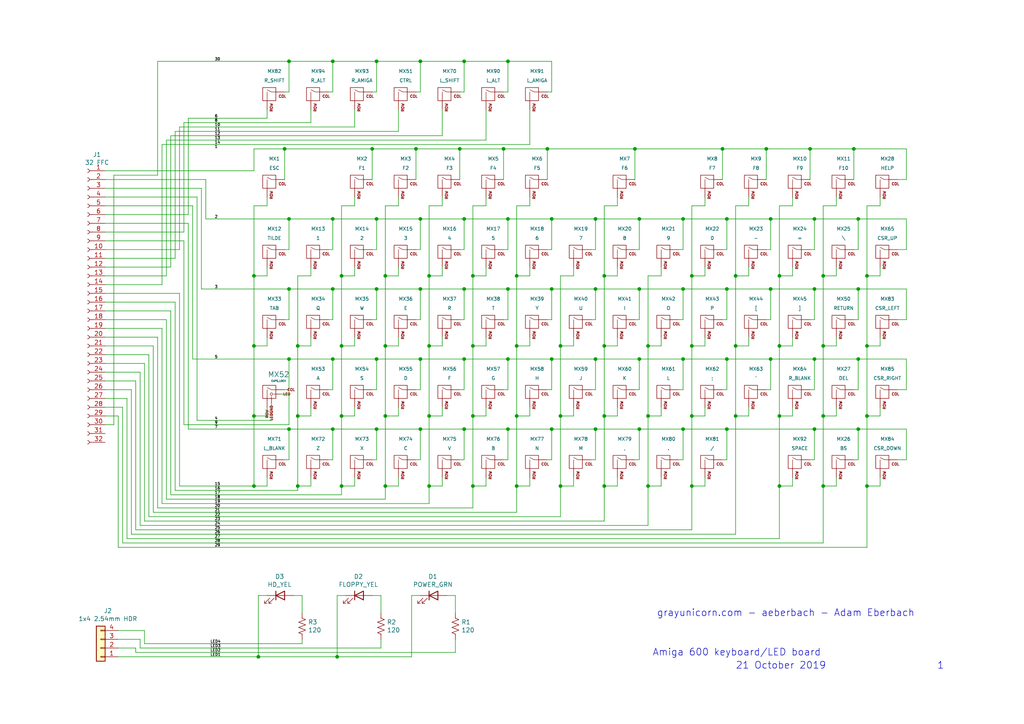
<source format=kicad_sch>
(kicad_sch (version 20211123) (generator eeschema)
  (paper "A4")
  (junction (at 86.36 100.33))
  (junction (at 184.15 43.18))
  (junction (at 73.66 80.01))
  (junction (at 147.32 104.14))
  (junction (at 185.42 124.46))
  (junction (at 198.12 104.14))
  (junction (at 137.16 100.33))
  (junction (at 226.06 80.01))
  (junction (at 210.82 124.46))
  (junction (at 99.06 120.65))
  (junction (at 124.46 80.01))
  (junction (at 111.76 100.33))
  (junction (at 210.82 104.14))
  (junction (at 236.22 124.46))
  (junction (at 223.52 63.5))
  (junction (at 83.82 17.78))
  (junction (at 109.22 83.82))
  (junction (at 251.46 100.33))
  (junction (at 109.22 63.5))
  (junction (at 248.92 104.14))
  (junction (at 147.32 83.82))
  (junction (at 175.26 120.65))
  (junction (at 198.12 83.82))
  (junction (at 109.22 124.46))
  (junction (at 238.76 80.01))
  (junction (at 82.55 43.18))
  (junction (at 236.22 63.5))
  (junction (at 172.72 83.82))
  (junction (at 121.92 63.5))
  (junction (at 187.96 140.97))
  (junction (at 236.22 104.14))
  (junction (at 238.76 100.33))
  (junction (at 134.62 83.82))
  (junction (at 213.36 100.33))
  (junction (at 158.75 43.18))
  (junction (at 96.52 124.46))
  (junction (at 238.76 140.97))
  (junction (at 251.46 80.01))
  (junction (at 124.46 140.97))
  (junction (at 162.56 120.65))
  (junction (at 83.82 104.14))
  (junction (at 187.96 100.33))
  (junction (at 200.66 100.33))
  (junction (at 210.82 83.82))
  (junction (at 238.76 120.65))
  (junction (at 172.72 63.5))
  (junction (at 198.12 124.46))
  (junction (at 73.66 140.97))
  (junction (at 200.66 120.65))
  (junction (at 175.26 140.97))
  (junction (at 160.02 63.5))
  (junction (at 83.82 63.5))
  (junction (at 147.32 63.5))
  (junction (at 137.16 120.65))
  (junction (at 73.66 100.33))
  (junction (at 160.02 104.14))
  (junction (at 185.42 104.14))
  (junction (at 109.22 17.78))
  (junction (at 226.06 140.97))
  (junction (at 200.66 80.01))
  (junction (at 96.52 104.14))
  (junction (at 185.42 83.82))
  (junction (at 162.56 100.33))
  (junction (at 99.06 80.01))
  (junction (at 247.65 43.18))
  (junction (at 137.16 140.97))
  (junction (at 86.36 120.65))
  (junction (at 111.76 120.65))
  (junction (at 147.32 124.46))
  (junction (at 175.26 100.33))
  (junction (at 147.32 17.78))
  (junction (at 121.92 124.46))
  (junction (at 120.65 43.18))
  (junction (at 248.92 83.82))
  (junction (at 121.92 104.14))
  (junction (at 149.86 80.01))
  (junction (at 133.35 43.18))
  (junction (at 210.82 63.5))
  (junction (at 160.02 83.82))
  (junction (at 107.95 43.18))
  (junction (at 86.36 140.97))
  (junction (at 134.62 63.5))
  (junction (at 149.86 120.65))
  (junction (at 124.46 120.65))
  (junction (at 198.12 63.5))
  (junction (at 99.06 100.33))
  (junction (at 111.76 80.01))
  (junction (at 149.86 100.33))
  (junction (at 248.92 124.46))
  (junction (at 187.96 120.65))
  (junction (at 121.92 83.82))
  (junction (at 96.52 63.5))
  (junction (at 83.82 124.46))
  (junction (at 74.93 190.5))
  (junction (at 222.25 43.18))
  (junction (at 223.52 104.14))
  (junction (at 137.16 80.01))
  (junction (at 99.06 140.97))
  (junction (at 248.92 63.5))
  (junction (at 213.36 120.65))
  (junction (at 226.06 100.33))
  (junction (at 236.22 83.82))
  (junction (at 124.46 100.33))
  (junction (at 234.95 43.18))
  (junction (at 97.79 190.5))
  (junction (at 149.86 140.97))
  (junction (at 251.46 140.97))
  (junction (at 160.02 124.46))
  (junction (at 146.05 43.18))
  (junction (at 111.76 140.97))
  (junction (at 134.62 17.78))
  (junction (at 223.52 83.82))
  (junction (at 109.22 104.14))
  (junction (at 172.72 124.46))
  (junction (at 226.06 120.65))
  (junction (at 134.62 124.46))
  (junction (at 172.72 104.14))
  (junction (at 209.55 43.18))
  (junction (at 251.46 120.65))
  (junction (at 121.92 17.78))
  (junction (at 134.62 104.14))
  (junction (at 200.66 140.97))
  (junction (at 162.56 140.97))
  (junction (at 175.26 80.01))
  (junction (at 96.52 17.78))
  (junction (at 213.36 80.01))
  (junction (at 83.82 83.82))
  (junction (at 96.52 83.82))
  (junction (at 185.42 63.5))
  (junction (at 73.66 120.65))
  (wire (pts (xy 35.56 118.11) (xy 30.48 118.11)))
  (wire (pts (xy 204.47 57.15) (xy 204.47 59.69)))
  (wire (pts (xy 124.46 120.65) (xy 124.46 100.33)))
  (wire (pts (xy 90.17 100.33) (xy 86.36 100.33)))
  (wire (pts (xy 175.26 140.97) (xy 175.26 120.65)))
  (wire (pts (xy 121.92 104.14) (xy 134.62 104.14)))
  (wire (pts (xy 78.74 116.84) (xy 78.74 121.92)))
  (wire (pts (xy 179.07 138.43) (xy 179.07 140.97)))
  (wire (pts (xy 198.12 113.03) (xy 198.12 104.14)))
  (wire (pts (xy 160.02 17.78) (xy 160.02 26.67)))
  (wire (pts (xy 229.87 97.79) (xy 229.87 100.33)))
  (wire (pts (xy 111.76 120.65) (xy 111.76 100.33)))
  (wire (pts (xy 121.92 72.39) (xy 121.92 63.5)))
  (wire (pts (xy 96.52 17.78) (xy 109.22 17.78)))
  (wire (pts (xy 82.55 43.18) (xy 107.95 43.18)))
  (wire (pts (xy 251.46 59.69) (xy 251.46 80.01)))
  (wire (pts (xy 133.35 52.07) (xy 133.35 43.18)))
  (wire (pts (xy 160.02 63.5) (xy 172.72 63.5)))
  (wire (pts (xy 204.47 77.47) (xy 204.47 80.01)))
  (wire (pts (xy 53.34 123.19) (xy 83.82 123.19)))
  (wire (pts (xy 187.96 140.97) (xy 187.96 120.65)))
  (wire (pts (xy 115.57 77.47) (xy 115.57 80.01)))
  (wire (pts (xy 109.22 17.78) (xy 121.92 17.78)))
  (wire (pts (xy 210.82 63.5) (xy 223.52 63.5)))
  (wire (pts (xy 87.63 185.42) (xy 87.63 186.69)))
  (wire (pts (xy 166.37 138.43) (xy 166.37 140.97)))
  (wire (pts (xy 46.99 95.25) (xy 30.48 95.25)))
  (wire (pts (xy 198.12 92.71) (xy 198.12 83.82)))
  (wire (pts (xy 46.99 146.05) (xy 46.99 95.25)))
  (wire (pts (xy 128.27 80.01) (xy 124.46 80.01)))
  (wire (pts (xy 95.25 72.39) (xy 96.52 72.39)))
  (wire (pts (xy 115.57 31.75) (xy 115.57 38.1)))
  (wire (pts (xy 140.97 57.15) (xy 140.97 59.69)))
  (wire (pts (xy 146.05 26.67) (xy 147.32 26.67)))
  (wire (pts (xy 247.65 133.35) (xy 248.92 133.35)))
  (wire (pts (xy 185.42 63.5) (xy 198.12 63.5)))
  (wire (pts (xy 34.29 158.75) (xy 34.29 120.65)))
  (wire (pts (xy 255.27 140.97) (xy 251.46 140.97)))
  (wire (pts (xy 158.75 72.39) (xy 160.02 72.39)))
  (wire (pts (xy 120.65 26.67) (xy 121.92 26.67)))
  (wire (pts (xy 121.92 26.67) (xy 121.92 17.78)))
  (wire (pts (xy 41.91 182.88) (xy 34.29 182.88)))
  (wire (pts (xy 242.57 138.43) (xy 242.57 140.97)))
  (wire (pts (xy 82.55 92.71) (xy 83.82 92.71)))
  (wire (pts (xy 83.82 113.03) (xy 83.82 104.14)))
  (wire (pts (xy 77.47 100.33) (xy 73.66 100.33)))
  (wire (pts (xy 115.57 138.43) (xy 115.57 140.97)))
  (wire (pts (xy 49.53 39.37) (xy 49.53 77.47)))
  (wire (pts (xy 236.22 124.46) (xy 210.82 124.46)))
  (wire (pts (xy 175.26 151.13) (xy 175.26 140.97)))
  (wire (pts (xy 160.02 26.67) (xy 158.75 26.67)))
  (wire (pts (xy 251.46 80.01) (xy 251.46 100.33)))
  (wire (pts (xy 128.27 31.75) (xy 128.27 39.37)))
  (wire (pts (xy 45.72 147.32) (xy 137.16 147.32)))
  (wire (pts (xy 53.34 69.85) (xy 30.48 69.85)))
  (wire (pts (xy 153.67 80.01) (xy 149.86 80.01)))
  (wire (pts (xy 209.55 43.18) (xy 222.25 43.18)))
  (wire (pts (xy 90.17 140.97) (xy 86.36 140.97)))
  (wire (pts (xy 238.76 59.69) (xy 242.57 59.69)))
  (wire (pts (xy 52.07 72.39) (xy 30.48 72.39)))
  (wire (pts (xy 223.52 104.14) (xy 236.22 104.14)))
  (wire (pts (xy 50.8 74.93) (xy 30.48 74.93)))
  (wire (pts (xy 128.27 120.65) (xy 124.46 120.65)))
  (wire (pts (xy 43.18 149.86) (xy 162.56 149.86)))
  (wire (pts (xy 128.27 77.47) (xy 128.27 80.01)))
  (wire (pts (xy 82.55 72.39) (xy 83.82 72.39)))
  (wire (pts (xy 38.1 154.94) (xy 38.1 113.03)))
  (wire (pts (xy 36.83 156.21) (xy 36.83 115.57)))
  (wire (pts (xy 134.62 133.35) (xy 134.62 124.46)))
  (wire (pts (xy 146.05 43.18) (xy 158.75 43.18)))
  (wire (pts (xy 140.97 118.11) (xy 140.97 120.65)))
  (wire (pts (xy 90.17 77.47) (xy 90.17 80.01)))
  (wire (pts (xy 204.47 100.33) (xy 200.66 100.33)))
  (wire (pts (xy 149.86 100.33) (xy 149.86 80.01)))
  (wire (pts (xy 34.29 158.75) (xy 251.46 158.75)))
  (wire (pts (xy 234.95 92.71) (xy 236.22 92.71)))
  (wire (pts (xy 86.36 100.33) (xy 86.36 80.01)))
  (wire (pts (xy 140.97 77.47) (xy 140.97 80.01)))
  (wire (pts (xy 204.47 97.79) (xy 204.47 100.33)))
  (wire (pts (xy 120.65 92.71) (xy 121.92 92.71)))
  (wire (pts (xy 191.77 97.79) (xy 191.77 100.33)))
  (wire (pts (xy 229.87 59.69) (xy 226.06 59.69)))
  (wire (pts (xy 41.91 151.13) (xy 175.26 151.13)))
  (wire (pts (xy 41.91 186.69) (xy 87.63 186.69)))
  (wire (pts (xy 158.75 43.18) (xy 184.15 43.18)))
  (wire (pts (xy 198.12 124.46) (xy 185.42 124.46)))
  (wire (pts (xy 45.72 147.32) (xy 45.72 97.79)))
  (wire (pts (xy 82.55 133.35) (xy 83.82 133.35)))
  (wire (pts (xy 49.53 39.37) (xy 128.27 39.37)))
  (wire (pts (xy 33.02 123.19) (xy 33.02 50.8)))
  (wire (pts (xy 41.91 186.69) (xy 41.91 182.88)))
  (wire (pts (xy 140.97 100.33) (xy 137.16 100.33)))
  (wire (pts (xy 109.22 26.67) (xy 109.22 17.78)))
  (wire (pts (xy 95.25 133.35) (xy 96.52 133.35)))
  (wire (pts (xy 115.57 120.65) (xy 111.76 120.65)))
  (wire (pts (xy 77.47 120.65) (xy 73.66 120.65)))
  (wire (pts (xy 200.66 140.97) (xy 200.66 153.67)))
  (wire (pts (xy 97.79 190.5) (xy 74.93 190.5)))
  (wire (pts (xy 107.95 43.18) (xy 120.65 43.18)))
  (wire (pts (xy 133.35 26.67) (xy 134.62 26.67)))
  (wire (pts (xy 137.16 80.01) (xy 137.16 59.69)))
  (wire (pts (xy 171.45 72.39) (xy 172.72 72.39)))
  (wire (pts (xy 247.65 43.18) (xy 262.89 43.18)))
  (wire (pts (xy 198.12 72.39) (xy 198.12 63.5)))
  (wire (pts (xy 175.26 100.33) (xy 175.26 80.01)))
  (wire (pts (xy 160.02 92.71) (xy 160.02 83.82)))
  (wire (pts (xy 121.92 124.46) (xy 109.22 124.46)))
  (wire (pts (xy 242.57 97.79) (xy 242.57 100.33)))
  (wire (pts (xy 153.67 100.33) (xy 149.86 100.33)))
  (wire (pts (xy 39.37 189.23) (xy 39.37 187.96)))
  (wire (pts (xy 248.92 104.14) (xy 262.89 104.14)))
  (wire (pts (xy 213.36 100.33) (xy 213.36 80.01)))
  (wire (pts (xy 187.96 100.33) (xy 187.96 80.01)))
  (wire (pts (xy 236.22 104.14) (xy 248.92 104.14)))
  (wire (pts (xy 121.92 92.71) (xy 121.92 83.82)))
  (wire (pts (xy 238.76 140.97) (xy 238.76 120.65)))
  (wire (pts (xy 134.62 124.46) (xy 121.92 124.46)))
  (wire (pts (xy 44.45 148.59) (xy 44.45 100.33)))
  (wire (pts (xy 248.92 63.5) (xy 262.89 63.5)))
  (wire (pts (xy 74.93 172.72) (xy 74.93 190.5)))
  (wire (pts (xy 115.57 80.01) (xy 111.76 80.01)))
  (wire (pts (xy 196.85 92.71) (xy 198.12 92.71)))
  (wire (pts (xy 90.17 118.11) (xy 90.17 120.65)))
  (wire (pts (xy 198.12 83.82) (xy 185.42 83.82)))
  (wire (pts (xy 109.22 133.35) (xy 109.22 124.46)))
  (wire (pts (xy 229.87 77.47) (xy 229.87 80.01)))
  (wire (pts (xy 36.83 115.57) (xy 30.48 115.57)))
  (wire (pts (xy 185.42 133.35) (xy 185.42 124.46)))
  (wire (pts (xy 48.26 40.64) (xy 140.97 40.64)))
  (wire (pts (xy 140.97 140.97) (xy 137.16 140.97)))
  (wire (pts (xy 50.8 142.24) (xy 86.36 142.24)))
  (wire (pts (xy 236.22 133.35) (xy 236.22 124.46)))
  (wire (pts (xy 77.47 57.15) (xy 77.47 59.69)))
  (wire (pts (xy 248.92 133.35) (xy 248.92 124.46)))
  (wire (pts (xy 124.46 100.33) (xy 124.46 80.01)))
  (wire (pts (xy 160.02 72.39) (xy 160.02 63.5)))
  (wire (pts (xy 134.62 83.82) (xy 121.92 83.82)))
  (wire (pts (xy 100.33 172.72) (xy 97.79 172.72)))
  (wire (pts (xy 247.65 72.39) (xy 248.92 72.39)))
  (wire (pts (xy 30.48 123.19) (xy 33.02 123.19)))
  (wire (pts (xy 111.76 59.69) (xy 115.57 59.69)))
  (wire (pts (xy 179.07 100.33) (xy 175.26 100.33)))
  (wire (pts (xy 217.17 118.11) (xy 217.17 120.65)))
  (wire (pts (xy 48.26 80.01) (xy 30.48 80.01)))
  (wire (pts (xy 255.27 118.11) (xy 255.27 120.65)))
  (wire (pts (xy 77.47 80.01) (xy 73.66 80.01)))
  (wire (pts (xy 226.06 100.33) (xy 226.06 120.65)))
  (wire (pts (xy 109.22 72.39) (xy 109.22 63.5)))
  (wire (pts (xy 175.26 80.01) (xy 175.26 59.69)))
  (wire (pts (xy 248.92 83.82) (xy 236.22 83.82)))
  (wire (pts (xy 134.62 17.78) (xy 147.32 17.78)))
  (wire (pts (xy 251.46 140.97) (xy 251.46 158.75)))
  (wire (pts (xy 236.22 92.71) (xy 236.22 83.82)))
  (wire (pts (xy 134.62 104.14) (xy 147.32 104.14)))
  (wire (pts (xy 111.76 140.97) (xy 111.76 120.65)))
  (wire (pts (xy 226.06 59.69) (xy 226.06 80.01)))
  (wire (pts (xy 40.64 187.96) (xy 40.64 185.42)))
  (wire (pts (xy 83.82 114.3) (xy 83.82 123.19)))
  (wire (pts (xy 185.42 72.39) (xy 185.42 63.5)))
  (wire (pts (xy 115.57 118.11) (xy 115.57 120.65)))
  (wire (pts (xy 102.87 100.33) (xy 99.06 100.33)))
  (wire (pts (xy 99.06 100.33) (xy 99.06 80.01)))
  (wire (pts (xy 96.52 133.35) (xy 96.52 124.46)))
  (wire (pts (xy 48.26 92.71) (xy 30.48 92.71)))
  (wire (pts (xy 36.83 156.21) (xy 226.06 156.21)))
  (wire (pts (xy 49.53 143.51) (xy 49.53 90.17)))
  (wire (pts (xy 262.89 133.35) (xy 262.89 124.46)))
  (wire (pts (xy 147.32 63.5) (xy 160.02 63.5)))
  (wire (pts (xy 262.89 124.46) (xy 248.92 124.46)))
  (wire (pts (xy 262.89 72.39) (xy 262.89 63.5)))
  (wire (pts (xy 86.36 120.65) (xy 86.36 100.33)))
  (wire (pts (xy 53.34 35.56) (xy 53.34 67.31)))
  (wire (pts (xy 200.66 120.65) (xy 200.66 140.97)))
  (wire (pts (xy 102.87 57.15) (xy 102.87 59.69)))
  (wire (pts (xy 40.64 185.42) (xy 34.29 185.42)))
  (wire (pts (xy 38.1 113.03) (xy 30.48 113.03)))
  (wire (pts (xy 57.15 121.92) (xy 78.74 121.92)))
  (wire (pts (xy 229.87 140.97) (xy 226.06 140.97)))
  (wire (pts (xy 99.06 80.01) (xy 99.06 59.69)))
  (wire (pts (xy 162.56 149.86) (xy 162.56 140.97)))
  (wire (pts (xy 162.56 100.33) (xy 162.56 80.01)))
  (wire (pts (xy 222.25 52.07) (xy 222.25 43.18)))
  (wire (pts (xy 39.37 110.49) (xy 30.48 110.49)))
  (wire (pts (xy 209.55 52.07) (xy 209.55 43.18)))
  (wire (pts (xy 172.72 113.03) (xy 172.72 104.14)))
  (wire (pts (xy 86.36 120.65) (xy 86.36 140.97)))
  (wire (pts (xy 54.61 62.23) (xy 30.48 62.23)))
  (wire (pts (xy 39.37 153.67) (xy 200.66 153.67)))
  (wire (pts (xy 187.96 120.65) (xy 187.96 100.33)))
  (wire (pts (xy 260.35 92.71) (xy 262.89 92.71)))
  (wire (pts (xy 77.47 118.11) (xy 77.47 120.65)))
  (wire (pts (xy 50.8 38.1) (xy 50.8 74.93)))
  (wire (pts (xy 133.35 133.35) (xy 134.62 133.35)))
  (wire (pts (xy 43.18 149.86) (xy 43.18 102.87)))
  (wire (pts (xy 107.95 133.35) (xy 109.22 133.35)))
  (wire (pts (xy 83.82 104.14) (xy 96.52 104.14)))
  (wire (pts (xy 147.32 124.46) (xy 134.62 124.46)))
  (wire (pts (xy 52.07 85.09) (xy 30.48 85.09)))
  (wire (pts (xy 172.72 133.35) (xy 172.72 124.46)))
  (wire (pts (xy 140.97 120.65) (xy 137.16 120.65)))
  (wire (pts (xy 44.45 148.59) (xy 149.86 148.59)))
  (wire (pts (xy 133.35 92.71) (xy 134.62 92.71)))
  (wire (pts (xy 134.62 92.71) (xy 134.62 83.82)))
  (wire (pts (xy 121.92 17.78) (xy 134.62 17.78)))
  (wire (pts (xy 45.72 97.79) (xy 30.48 97.79)))
  (wire (pts (xy 147.32 26.67) (xy 147.32 17.78)))
  (wire (pts (xy 90.17 97.79) (xy 90.17 100.33)))
  (wire (pts (xy 96.52 92.71) (xy 96.52 83.82)))
  (wire (pts (xy 162.56 120.65) (xy 162.56 100.33)))
  (wire (pts (xy 191.77 138.43) (xy 191.77 140.97)))
  (wire (pts (xy 99.06 143.51) (xy 99.06 140.97)))
  (wire (pts (xy 49.53 90.17) (xy 30.48 90.17)))
  (wire (pts (xy 96.52 83.82) (xy 83.82 83.82)))
  (wire (pts (xy 140.97 80.01) (xy 137.16 80.01)))
  (wire (pts (xy 236.22 113.03) (xy 236.22 104.14)))
  (wire (pts (xy 45.72 17.78) (xy 83.82 17.78)))
  (wire (pts (xy 59.69 52.07) (xy 30.48 52.07)))
  (wire (pts (xy 109.22 113.03) (xy 109.22 104.14)))
  (wire (pts (xy 198.12 104.14) (xy 210.82 104.14)))
  (wire (pts (xy 95.25 92.71) (xy 96.52 92.71)))
  (wire (pts (xy 124.46 140.97) (xy 124.46 120.65)))
  (wire (pts (xy 107.95 172.72) (xy 110.49 172.72)))
  (wire (pts (xy 115.57 100.33) (xy 111.76 100.33)))
  (wire (pts (xy 119.38 190.5) (xy 97.79 190.5)))
  (wire (pts (xy 137.16 100.33) (xy 137.16 80.01)))
  (wire (pts (xy 115.57 57.15) (xy 115.57 59.69)))
  (wire (pts (xy 137.16 140.97) (xy 137.16 120.65)))
  (wire (pts (xy 97.79 172.72) (xy 97.79 190.5)))
  (wire (pts (xy 166.37 97.79) (xy 166.37 100.33)))
  (wire (pts (xy 247.65 92.71) (xy 248.92 92.71)))
  (wire (pts (xy 107.95 52.07) (xy 107.95 43.18)))
  (wire (pts (xy 247.65 52.07) (xy 247.65 43.18)))
  (wire (pts (xy 209.55 133.35) (xy 210.82 133.35)))
  (wire (pts (xy 187.96 152.4) (xy 187.96 140.97)))
  (wire (pts (xy 82.55 26.67) (xy 83.82 26.67)))
  (wire (pts (xy 115.57 97.79) (xy 115.57 100.33)))
  (wire (pts (xy 128.27 138.43) (xy 128.27 140.97)))
  (wire (pts (xy 172.72 83.82) (xy 160.02 83.82)))
  (wire (pts (xy 171.45 92.71) (xy 172.72 92.71)))
  (wire (pts (xy 160.02 104.14) (xy 172.72 104.14)))
  (wire (pts (xy 59.69 63.5) (xy 59.69 52.07)))
  (wire (pts (xy 160.02 124.46) (xy 147.32 124.46)))
  (wire (pts (xy 109.22 83.82) (xy 96.52 83.82)))
  (wire (pts (xy 102.87 31.75) (xy 102.87 36.83)))
  (wire (pts (xy 52.07 140.97) (xy 73.66 140.97)))
  (wire (pts (xy 248.92 72.39) (xy 248.92 63.5)))
  (wire (pts (xy 262.89 113.03) (xy 260.35 113.03)))
  (wire (pts (xy 236.22 63.5) (xy 248.92 63.5)))
  (wire (pts (xy 226.06 120.65) (xy 226.06 140.97)))
  (wire (pts (xy 210.82 104.14) (xy 223.52 104.14)))
  (wire (pts (xy 73.66 120.65) (xy 73.66 140.97)))
  (wire (pts (xy 121.92 172.72) (xy 119.38 172.72)))
  (wire (pts (xy 45.72 50.8) (xy 45.72 17.78)))
  (wire (pts (xy 204.47 140.97) (xy 200.66 140.97)))
  (wire (pts (xy 54.61 34.29) (xy 54.61 62.23)))
  (wire (pts (xy 210.82 124.46) (xy 198.12 124.46)))
  (wire (pts (xy 57.15 57.15) (xy 30.48 57.15)))
  (wire (pts (xy 48.26 144.78) (xy 48.26 92.71)))
  (wire (pts (xy 248.92 113.03) (xy 248.92 104.14)))
  (wire (pts (xy 147.32 92.71) (xy 147.32 83.82)))
  (wire (pts (xy 242.57 57.15) (xy 242.57 59.69)))
  (wire (pts (xy 110.49 185.42) (xy 110.49 187.96)))
  (wire (pts (xy 210.82 72.39) (xy 210.82 63.5)))
  (wire (pts (xy 153.67 138.43) (xy 153.67 140.97)))
  (wire (pts (xy 107.95 113.03) (xy 109.22 113.03)))
  (wire (pts (xy 248.92 92.71) (xy 248.92 83.82)))
  (wire (pts (xy 83.82 133.35) (xy 83.82 124.46)))
  (wire (pts (xy 82.55 113.03) (xy 83.82 113.03)))
  (wire (pts (xy 251.46 120.65) (xy 251.46 140.97)))
  (wire (pts (xy 153.67 120.65) (xy 149.86 120.65)))
  (wire (pts (xy 162.56 140.97) (xy 162.56 120.65)))
  (wire (pts (xy 222.25 43.18) (xy 234.95 43.18)))
  (wire (pts (xy 146.05 72.39) (xy 147.32 72.39)))
  (wire (pts (xy 198.12 63.5) (xy 210.82 63.5)))
  (wire (pts (xy 251.46 100.33) (xy 251.46 120.65)))
  (wire (pts (xy 196.85 113.03) (xy 198.12 113.03)))
  (wire (pts (xy 77.47 97.79) (xy 77.47 100.33)))
  (wire (pts (xy 158.75 113.03) (xy 160.02 113.03)))
  (wire (pts (xy 185.42 92.71) (xy 185.42 83.82)))
  (wire (pts (xy 124.46 80.01) (xy 124.46 59.69)))
  (wire (pts (xy 255.27 57.15) (xy 255.27 59.69)))
  (wire (pts (xy 166.37 140.97) (xy 162.56 140.97)))
  (wire (pts (xy 204.47 118.11) (xy 204.47 120.65)))
  (wire (pts (xy 149.86 80.01) (xy 149.86 59.69)))
  (wire (pts (xy 179.07 57.15) (xy 179.07 59.69)))
  (wire (pts (xy 160.02 83.82) (xy 147.32 83.82)))
  (wire (pts (xy 223.52 92.71) (xy 223.52 83.82)))
  (wire (pts (xy 50.8 38.1) (xy 115.57 38.1)))
  (wire (pts (xy 175.26 120.65) (xy 175.26 100.33)))
  (wire (pts (xy 133.35 113.03) (xy 134.62 113.03)))
  (wire (pts (xy 90.17 31.75) (xy 90.17 35.56)))
  (wire (pts (xy 121.92 113.03) (xy 121.92 104.14)))
  (wire (pts (xy 40.64 107.95) (xy 30.48 107.95)))
  (wire (pts (xy 133.35 43.18) (xy 146.05 43.18)))
  (wire (pts (xy 196.85 72.39) (xy 198.12 72.39)))
  (wire (pts (xy 86.36 140.97) (xy 86.36 142.24)))
  (wire (pts (xy 147.32 83.82) (xy 134.62 83.82)))
  (wire (pts (xy 102.87 138.43) (xy 102.87 140.97)))
  (wire (pts (xy 59.69 63.5) (xy 83.82 63.5)))
  (wire (pts (xy 83.82 72.39) (xy 83.82 63.5)))
  (wire (pts (xy 210.82 92.71) (xy 210.82 83.82)))
  (wire (pts (xy 238.76 80.01) (xy 238.76 59.69)))
  (wire (pts (xy 140.97 97.79) (xy 140.97 100.33)))
  (wire (pts (xy 133.35 72.39) (xy 134.62 72.39)))
  (wire (pts (xy 46.99 82.55) (xy 30.48 82.55)))
  (wire (pts (xy 158.75 133.35) (xy 160.02 133.35)))
  (wire (pts (xy 55.88 104.14) (xy 83.82 104.14)))
  (wire (pts (xy 87.63 172.72) (xy 87.63 177.8)))
  (wire (pts (xy 137.16 120.65) (xy 137.16 100.33)))
  (wire (pts (xy 96.52 104.14) (xy 109.22 104.14)))
  (wire (pts (xy 153.67 97.79) (xy 153.67 100.33)))
  (wire (pts (xy 109.22 92.71) (xy 109.22 83.82)))
  (wire (pts (xy 255.27 138.43) (xy 255.27 140.97)))
  (wire (pts (xy 209.55 92.71) (xy 210.82 92.71)))
  (wire (pts (xy 77.47 138.43) (xy 77.47 140.97)))
  (wire (pts (xy 226.06 140.97) (xy 226.06 156.21)))
  (wire (pts (xy 147.32 72.39) (xy 147.32 63.5)))
  (wire (pts (xy 185.42 104.14) (xy 198.12 104.14)))
  (wire (pts (xy 134.62 26.67) (xy 134.62 17.78)))
  (wire (pts (xy 73.66 100.33) (xy 73.66 120.65)))
  (wire (pts (xy 262.89 52.07) (xy 262.89 43.18)))
  (wire (pts (xy 137.16 59.69) (xy 140.97 59.69)))
  (wire (pts (xy 158.75 52.07) (xy 158.75 43.18)))
  (wire (pts (xy 223.52 72.39) (xy 223.52 63.5)))
  (wire (pts (xy 53.34 123.19) (xy 53.34 69.85)))
  (wire (pts (xy 124.46 146.05) (xy 124.46 140.97)))
  (wire (pts (xy 242.57 140.97) (xy 238.76 140.97)))
  (wire (pts (xy 43.18 102.87) (xy 30.48 102.87)))
  (wire (pts (xy 55.88 59.69) (xy 55.88 104.14)))
  (wire (pts (xy 58.42 83.82) (xy 58.42 54.61)))
  (wire (pts (xy 52.07 140.97) (xy 52.07 85.09)))
  (wire (pts (xy 229.87 120.65) (xy 226.06 120.65)))
  (wire (pts (xy 209.55 72.39) (xy 210.82 72.39)))
  (wire (pts (xy 129.54 172.72) (xy 132.08 172.72)))
  (wire (pts (xy 41.91 105.41) (xy 30.48 105.41)))
  (wire (pts (xy 160.02 133.35) (xy 160.02 124.46)))
  (wire (pts (xy 149.86 120.65) (xy 149.86 100.33)))
  (wire (pts (xy 81.28 114.3) (xy 83.82 114.3)))
  (wire (pts (xy 40.64 152.4) (xy 40.64 107.95)))
  (wire (pts (xy 49.53 77.47) (xy 30.48 77.47)))
  (wire (pts (xy 39.37 153.67) (xy 39.37 110.49)))
  (wire (pts (xy 102.87 97.79) (xy 102.87 100.33)))
  (wire (pts (xy 120.65 72.39) (xy 121.92 72.39)))
  (wire (pts (xy 210.82 113.03) (xy 210.82 104.14)))
  (wire (pts (xy 185.42 83.82) (xy 172.72 83.82)))
  (wire (pts (xy 187.96 80.01) (xy 191.77 80.01)))
  (wire (pts (xy 121.92 83.82) (xy 109.22 83.82)))
  (wire (pts (xy 242.57 100.33) (xy 238.76 100.33)))
  (wire (pts (xy 40.64 187.96) (xy 110.49 187.96)))
  (wire (pts (xy 99.06 140.97) (xy 99.06 120.65)))
  (wire (pts (xy 153.67 118.11) (xy 153.67 120.65)))
  (wire (pts (xy 196.85 133.35) (xy 198.12 133.35)))
  (wire (pts (xy 172.72 72.39) (xy 172.72 63.5)))
  (wire (pts (xy 255.27 100.33) (xy 251.46 100.33)))
  (wire (pts (xy 99.06 120.65) (xy 99.06 100.33)))
  (wire (pts (xy 255.27 80.01) (xy 251.46 80.01)))
  (wire (pts (xy 200.66 100.33) (xy 200.66 120.65)))
  (wire (pts (xy 149.86 59.69) (xy 153.67 59.69)))
  (wire (pts (xy 179.07 118.11) (xy 179.07 120.65)))
  (wire (pts (xy 128.27 140.97) (xy 124.46 140.97)))
  (wire (pts (xy 73.66 59.69) (xy 73.66 80.01)))
  (wire (pts (xy 49.53 143.51) (xy 99.06 143.51)))
  (wire (pts (xy 146.05 113.03) (xy 147.32 113.03)))
  (wire (pts (xy 34.29 190.5) (xy 74.93 190.5)))
  (wire (pts (xy 83.82 17.78) (xy 96.52 17.78)))
  (wire (pts (xy 238.76 100.33) (xy 238.76 80.01)))
  (wire (pts (xy 222.25 72.39) (xy 223.52 72.39)))
  (wire (pts (xy 77.47 140.97) (xy 73.66 140.97)))
  (wire (pts (xy 50.8 87.63) (xy 30.48 87.63)))
  (wire (pts (xy 262.89 83.82) (xy 248.92 83.82)))
  (wire (pts (xy 128.27 118.11) (xy 128.27 120.65)))
  (wire (pts (xy 46.99 41.91) (xy 46.99 82.55)))
  (wire (pts (xy 111.76 144.78) (xy 111.76 140.97)))
  (wire (pts (xy 179.07 97.79) (xy 179.07 100.33)))
  (wire (pts (xy 33.02 50.8) (xy 45.72 50.8)))
  (wire (pts (xy 107.95 92.71) (xy 109.22 92.71)))
  (wire (pts (xy 223.52 113.03) (xy 223.52 104.14)))
  (wire (pts (xy 223.52 63.5) (xy 236.22 63.5)))
  (wire (pts (xy 146.05 52.07) (xy 146.05 43.18)))
  (wire (pts (xy 153.67 77.47) (xy 153.67 80.01)))
  (wire (pts (xy 111.76 80.01) (xy 111.76 59.69)))
  (wire (pts (xy 110.49 172.72) (xy 110.49 177.8)))
  (wire (pts (xy 229.87 80.01) (xy 226.06 80.01)))
  (wire (pts (xy 262.89 104.14) (xy 262.89 113.03)))
  (wire (pts (xy 134.62 72.39) (xy 134.62 63.5)))
  (wire (pts (xy 102.87 80.01) (xy 99.06 80.01)))
  (wire (pts (xy 38.1 154.94) (xy 213.36 154.94)))
  (wire (pts (xy 102.87 118.11) (xy 102.87 120.65)))
  (wire (pts (xy 30.48 59.69) (xy 55.88 59.69)))
  (wire (pts (xy 46.99 41.91) (xy 153.67 41.91)))
  (wire (pts (xy 213.36 59.69) (xy 217.17 59.69)))
  (wire (pts (xy 191.77 77.47) (xy 191.77 80.01)))
  (wire (pts (xy 54.61 124.46) (xy 54.61 64.77)))
  (wire (pts (xy 102.87 140.97) (xy 99.06 140.97)))
  (wire (pts (xy 222.25 92.71) (xy 223.52 92.71)))
  (wire (pts (xy 255.27 59.69) (xy 251.46 59.69)))
  (wire (pts (xy 229.87 118.11) (xy 229.87 120.65)))
  (wire (pts (xy 96.52 72.39) (xy 96.52 63.5)))
  (wire (pts (xy 171.45 133.35) (xy 172.72 133.35)))
  (wire (pts (xy 58.42 83.82) (xy 83.82 83.82)))
  (wire (pts (xy 153.67 140.97) (xy 149.86 140.97)))
  (wire (pts (xy 73.66 49.53) (xy 73.66 43.18)))
  (wire (pts (xy 229.87 100.33) (xy 226.06 100.33)))
  (wire (pts (xy 90.17 120.65) (xy 86.36 120.65)))
  (wire (pts (xy 153.67 57.15) (xy 153.67 59.69)))
  (wire (pts (xy 184.15 43.18) (xy 209.55 43.18)))
  (wire (pts (xy 90.17 138.43) (xy 90.17 140.97)))
  (wire (pts (xy 95.25 113.03) (xy 96.52 113.03)))
  (wire (pts (xy 102.87 77.47) (xy 102.87 80.01)))
  (wire (pts (xy 217.17 57.15) (xy 217.17 59.69)))
  (wire (pts (xy 229.87 138.43) (xy 229.87 140.97)))
  (wire (pts (xy 146.05 92.71) (xy 147.32 92.71)))
  (wire (pts (xy 86.36 80.01) (xy 90.17 80.01)))
  (wire (pts (xy 210.82 133.35) (xy 210.82 124.46)))
  (wire (pts (xy 166.37 100.33) (xy 162.56 100.33)))
  (wire (pts (xy 223.52 83.82) (xy 210.82 83.82)))
  (wire (pts (xy 96.52 124.46) (xy 83.82 124.46)))
  (wire (pts (xy 83.82 26.67) (xy 83.82 17.78)))
  (wire (pts (xy 128.27 57.15) (xy 128.27 59.69)))
  (wire (pts (xy 226.06 80.01) (xy 226.06 100.33)))
  (wire (pts (xy 229.87 57.15) (xy 229.87 59.69)))
  (wire (pts (xy 73.66 43.18) (xy 82.55 43.18)))
  (wire (pts (xy 48.26 40.64) (xy 48.26 80.01)))
  (wire (pts (xy 217.17 97.79) (xy 217.17 100.33)))
  (wire (pts (xy 58.42 54.61) (xy 30.48 54.61)))
  (wire (pts (xy 115.57 140.97) (xy 111.76 140.97)))
  (wire (pts (xy 52.07 36.83) (xy 102.87 36.83)))
  (wire (pts (xy 179.07 80.01) (xy 175.26 80.01)))
  (wire (pts (xy 213.36 154.94) (xy 213.36 120.65)))
  (wire (pts (xy 53.34 35.56) (xy 90.17 35.56)))
  (wire (pts (xy 77.47 172.72) (xy 74.93 172.72)))
  (wire (pts (xy 153.67 31.75) (xy 153.67 41.91)))
  (wire (pts (xy 204.47 120.65) (xy 200.66 120.65)))
  (wire (pts (xy 238.76 157.48) (xy 238.76 140.97)))
  (wire (pts (xy 147.32 17.78) (xy 160.02 17.78)))
  (wire (pts (xy 179.07 77.47) (xy 179.07 80.01)))
  (wire (pts (xy 34.29 120.65) (xy 30.48 120.65)))
  (wire (pts (xy 172.72 124.46) (xy 160.02 124.46)))
  (wire (pts (xy 166.37 118.11) (xy 166.37 120.65)))
  (wire (pts (xy 255.27 97.79) (xy 255.27 100.33)))
  (wire (pts (xy 236.22 83.82) (xy 223.52 83.82)))
  (wire (pts (xy 234.95 43.18) (xy 247.65 43.18)))
  (wire (pts (xy 210.82 83.82) (xy 198.12 83.82)))
  (wire (pts (xy 238.76 120.65) (xy 238.76 100.33)))
  (wire (pts (xy 73.66 80.01) (xy 73.66 100.33)))
  (wire (pts (xy 242.57 118.11) (xy 242.57 120.65)))
  (wire (pts (xy 191.77 120.65) (xy 187.96 120.65)))
  (wire (pts (xy 46.99 146.05) (xy 124.46 146.05)))
  (wire (pts (xy 95.25 26.67) (xy 96.52 26.67)))
  (wire (pts (xy 52.07 36.83) (xy 52.07 72.39)))
  (wire (pts (xy 191.77 140.97) (xy 187.96 140.97)))
  (wire (pts (xy 236.22 72.39) (xy 236.22 63.5)))
  (wire (pts (xy 83.82 92.71) (xy 83.82 83.82)))
  (wire (pts (xy 102.87 120.65) (xy 99.06 120.65)))
  (wire (pts (xy 120.65 113.03) (xy 121.92 113.03)))
  (wire (pts (xy 185.42 113.03) (xy 185.42 104.14)))
  (wire (pts (xy 140.97 138.43) (xy 140.97 140.97)))
  (wire (pts (xy 204.47 59.69) (xy 200.66 59.69)))
  (wire (pts (xy 140.97 31.75) (xy 140.97 40.64)))
  (wire (pts (xy 35.56 157.48) (xy 238.76 157.48)))
  (wire (pts (xy 149.86 140.97) (xy 149.86 120.65)))
  (wire (pts (xy 109.22 63.5) (xy 121.92 63.5)))
  (wire (pts (xy 175.26 59.69) (xy 179.07 59.69)))
  (wire (pts (xy 109.22 104.14) (xy 121.92 104.14)))
  (wire (pts (xy 172.72 104.14) (xy 185.42 104.14)))
  (wire (pts (xy 120.65 43.18) (xy 133.35 43.18)))
  (wire (pts (xy 184.15 133.35) (xy 185.42 133.35)))
  (wire (pts (xy 213.36 80.01) (xy 213.36 59.69)))
  (wire (pts (xy 53.34 67.31) (xy 30.48 67.31)))
  (wire (pts (xy 121.92 133.35) (xy 121.92 124.46)))
  (wire (pts (xy 213.36 120.65) (xy 213.36 100.33)))
  (wire (pts (xy 260.35 72.39) (xy 262.89 72.39)))
  (wire (pts (xy 217.17 77.47) (xy 217.17 80.01)))
  (wire (pts (xy 107.95 26.67) (xy 109.22 26.67)))
  (wire (pts (xy 260.35 52.07) (xy 262.89 52.07)))
  (wire (pts (xy 109.22 124.46) (xy 96.52 124.46)))
  (wire (pts (xy 39.37 189.23) (xy 132.08 189.23)))
  (wire (pts (xy 242.57 120.65) (xy 238.76 120.65)))
  (wire (pts (xy 40.64 152.4) (xy 187.96 152.4)))
  (wire (pts (xy 209.55 113.03) (xy 210.82 113.03)))
  (wire (pts (xy 128.27 100.33) (xy 124.46 100.33)))
  (wire (pts (xy 83.82 63.5) (xy 96.52 63.5)))
  (wire (pts (xy 35.56 157.48) (xy 35.56 118.11)))
  (wire (pts (xy 204.47 138.43) (xy 204.47 140.97)))
  (wire (pts (xy 184.15 72.39) (xy 185.42 72.39)))
  (wire (pts (xy 255.27 77.47) (xy 255.27 80.01)))
  (wire (pts (xy 119.38 172.72) (xy 119.38 190.5)))
  (wire (pts (xy 172.72 92.71) (xy 172.72 83.82)))
  (wire (pts (xy 54.61 64.77) (xy 30.48 64.77)))
  (wire (pts (xy 191.77 118.11) (xy 191.77 120.65)))
  (wire (pts (xy 255.27 120.65) (xy 251.46 120.65)))
  (wire (pts (xy 260.35 133.35) (xy 262.89 133.35)))
  (wire (pts (xy 121.92 63.5) (xy 134.62 63.5)))
  (wire (pts (xy 39.37 187.96) (xy 34.29 187.96)))
  (wire (pts (xy 171.45 113.03) (xy 172.72 113.03)))
  (wire (pts (xy 166.37 77.47) (xy 166.37 80.01)))
  (wire (pts (xy 41.91 151.13) (xy 41.91 105.41)))
  (wire (pts (xy 132.08 185.42) (xy 132.08 189.23)))
  (wire (pts (xy 191.77 100.33) (xy 187.96 100.33)))
  (wire (pts (xy 200.66 80.01) (xy 200.66 100.33)))
  (wire (pts (xy 147.32 113.03) (xy 147.32 104.14)))
  (wire (pts (xy 184.15 113.03) (xy 185.42 113.03)))
  (wire (pts (xy 234.95 133.35) (xy 236.22 133.35)))
  (wire (pts (xy 99.06 59.69) (xy 102.87 59.69)))
  (wire (pts (xy 185.42 124.46) (xy 172.72 124.46)))
  (wire (pts (xy 77.47 59.69) (xy 73.66 59.69)))
  (wire (pts (xy 44.45 100.33) (xy 30.48 100.33)))
  (wire (pts (xy 158.75 92.71) (xy 160.02 92.71)))
  (wire (pts (xy 162.56 80.01) (xy 166.37 80.01)))
  (wire (pts (xy 96.52 26.67) (xy 96.52 17.78)))
  (wire (pts (xy 217.17 80.01) (xy 213.36 80.01)))
  (wire (pts (xy 217.17 100.33) (xy 213.36 100.33)))
  (wire (pts (xy 128.27 97.79) (xy 128.27 100.33)))
  (wire (pts (xy 50.8 142.24) (xy 50.8 87.63)))
  (wire (pts (xy 120.65 52.07) (xy 120.65 43.18)))
  (wire (pts (xy 166.37 120.65) (xy 162.56 120.65)))
  (wire (pts (xy 172.72 63.5) (xy 185.42 63.5)))
  (wire (pts (xy 179.07 140.97) (xy 175.26 140.97)))
  (wire (pts (xy 147.32 133.35) (xy 147.32 124.46)))
  (wire (pts (xy 77.47 77.47) (xy 77.47 80.01)))
  (wire (pts (xy 262.89 92.71) (xy 262.89 83.82)))
  (wire (pts (xy 124.46 59.69) (xy 128.27 59.69)))
  (wire (pts (xy 54.61 124.46) (xy 83.82 124.46)))
  (wire (pts (xy 134.62 113.03) (xy 134.62 104.14)))
  (wire (pts (xy 134.62 63.5) (xy 147.32 63.5)))
  (wire (pts (xy 82.55 52.07) (xy 82.55 43.18)))
  (wire (pts (xy 132.08 172.72) (xy 132.08 177.8)))
  (wire (pts (xy 147.32 104.14) (xy 160.02 104.14)))
  (wire (pts (xy 111.76 100.33) (xy 111.76 80.01)))
  (wire (pts (xy 234.95 113.03) (xy 236.22 113.03)))
  (wire (pts (xy 247.65 113.03) (xy 248.92 113.03)))
  (wire (pts (xy 160.02 113.03) (xy 160.02 104.14)))
  (wire (pts (xy 234.95 72.39) (xy 236.22 72.39)))
  (wire (pts (xy 96.52 63.5) (xy 109.22 63.5)))
  (wire (pts (xy 96.52 113.03) (xy 96.52 104.14)))
  (wire (pts (xy 184.15 92.71) (xy 185.42 92.71)))
  (wire (pts (xy 85.09 172.72) (xy 87.63 172.72)))
  (wire (pts (xy 248.92 124.46) (xy 236.22 124.46)))
  (wire (pts (xy 30.48 49.53) (xy 73.66 49.53)))
  (wire (pts (xy 48.26 144.78) (xy 111.76 144.78)))
  (wire (pts (xy 179.07 120.65) (xy 175.26 120.65)))
  (wire (pts (xy 242.57 80.01) (xy 238.76 80.01)))
  (wire (pts (xy 217.17 120.65) (xy 213.36 120.65)))
  (wire (pts (xy 120.65 133.35) (xy 121.92 133.35)))
  (wire (pts (xy 184.15 52.07) (xy 184.15 43.18)))
  (wire (pts (xy 242.57 77.47) (xy 242.57 80.01)))
  (wire (pts (xy 149.86 148.59) (xy 149.86 140.97)))
  (wire (pts (xy 204.47 80.01) (xy 200.66 80.01)))
  (wire (pts (xy 107.95 72.39) (xy 109.22 72.39)))
  (wire (pts (xy 200.66 59.69) (xy 200.66 80.01)))
  (wire (pts (xy 57.15 121.92) (xy 57.15 57.15)))
  (wire (pts (xy 198.12 133.35) (xy 198.12 124.46)))
  (wire (pts (xy 222.25 113.03) (xy 223.52 113.03)))
  (wire (pts (xy 77.47 31.75) (xy 77.47 34.29)))
  (wire (pts (xy 54.61 34.29) (xy 77.47 34.29)))
  (wire (pts (xy 146.05 133.35) (xy 147.32 133.35)))
  (wire (pts (xy 234.95 52.07) (xy 234.95 43.18)))
  (wire (pts (xy 137.16 147.32) (xy 137.16 140.97)))
  (text "21 October 2019" (at 213.36 194.31 0) (effects (font (size 2.0066 2.0066)) (justify left bottom)))
  (text "grayunicorn.com - aeberbach - Adam Eberbach" (at 190.5 179.07 0) (effects (font (size 2.0066 2.0066)) (justify left bottom)))
  (text "1" (at 271.78 194.31 0) (effects (font (size 2.0066 2.0066)) (justify left bottom)))
  (text "Amiga 600 keyboard/LED board" (at 189.23 190.5 0) (effects (font (size 2.0066 2.0066)) (justify left bottom)))
  (label "19" (at 62.23 146.05 0) (effects (font (size 0.7874 0.7874))))
  (label "23" (at 62.23 151.13 0) (effects (font (size 0.7874 0.7874))))
  (label "5" (at 62.23 104.14 0) (effects (font (size 0.7874 0.7874))))
  (label "27" (at 62.23 156.21 0) (effects (font (size 0.7874 0.7874))))
  (label "LED4" (at 60.96 186.69 0) (effects (font (size 0.7874 0.7874))))
  (label "LED2" (at 60.96 189.23 0) (effects (font (size 0.7874 0.7874))))
  (label "17" (at 62.23 143.51 0) (effects (font (size 0.7874 0.7874))))
  (label "9" (at 62.23 123.19 0) (effects (font (size 0.7874 0.7874))))
  (label "16" (at 62.23 142.24 0) (effects (font (size 0.7874 0.7874))))
  (label "15" (at 62.23 140.97 0) (effects (font (size 0.7874 0.7874))))
  (label "18" (at 62.23 144.78 0) (effects (font (size 0.7874 0.7874))))
  (label "21" (at 62.23 148.59 0) (effects (font (size 0.7874 0.7874))))
  (label "25" (at 62.23 153.67 0) (effects (font (size 0.7874 0.7874))))
  (label "22" (at 62.23 149.86 0) (effects (font (size 0.7874 0.7874))))
  (label "2" (at 62.23 63.5 0) (effects (font (size 0.7874 0.7874))))
  (label "10" (at 62.23 36.83 0) (effects (font (size 0.7874 0.7874))))
  (label "6" (at 62.23 34.29 0) (effects (font (size 0.7874 0.7874))))
  (label "13" (at 62.23 40.64 0) (effects (font (size 0.7874 0.7874))))
  (label "14" (at 62.23 41.91 0) (effects (font (size 0.7874 0.7874))))
  (label "30" (at 62.23 17.78 0) (effects (font (size 0.7874 0.7874))))
  (label "29" (at 62.23 158.75 0) (effects (font (size 0.7874 0.7874))))
  (label "26" (at 62.23 154.94 0) (effects (font (size 0.7874 0.7874))))
  (label "4" (at 62.23 121.92 0) (effects (font (size 0.7874 0.7874))))
  (label "LED3" (at 60.96 187.96 0) (effects (font (size 0.7874 0.7874))))
  (label "LED1" (at 60.96 190.5 0) (effects (font (size 0.7874 0.7874))))
  (label "24" (at 62.23 152.4 0) (effects (font (size 0.7874 0.7874))))
  (label "3" (at 62.23 83.82 0) (effects (font (size 0.7874 0.7874))))
  (label "1" (at 62.23 43.18 0) (effects (font (size 0.7874 0.7874))))
  (label "11" (at 62.23 38.1 0) (effects (font (size 0.7874 0.7874))))
  (label "28" (at 62.23 157.48 0) (effects (font (size 0.7874 0.7874))))
  (label "7" (at 62.23 124.46 0) (effects (font (size 0.7874 0.7874))))
  (label "20" (at 62.23 147.32 0) (effects (font (size 0.7874 0.7874))))
  (label "8" (at 62.23 35.56 0) (effects (font (size 0.7874 0.7874))))
  (label "12" (at 62.23 39.37 0) (effects (font (size 0.7874 0.7874))))
  (symbol (lib_id "A600KB-rescue:MX-NoLED-MX_Alps_Hybrid") (at 78.74 27.94 0) (unit 1)
    (property "Reference" "MX82" (at 79.5782 20.6502 0) (effects (font (size 0.9906 0.9906))))
    (property "Value" "R_SHIFT" (at 79.5782 23.3426 0) (effects (font (size 0.9906 0.9906))))
    (property "Footprint" "MX_Only:MXOnly-1.75U-NoLED" (effects hide))
  )
  (symbol (lib_id "A600KB-rescue:MX-NoLED-MX_Alps_Hybrid") (at 91.44 27.94 0) (unit 1)
    (property "Reference" "MX94" (at 92.2782 20.6502 0) (effects (font (size 0.9906 0.9906))))
    (property "Value" "R_ALT" (at 92.2782 23.3426 0) (effects (font (size 0.9906 0.9906))))
    (property "Footprint" "MX_Only:MXOnly-1U-NoLED" (effects hide))
  )
  (symbol (lib_id "A600KB-rescue:MX-NoLED-MX_Alps_Hybrid") (at 104.14 27.94 0) (unit 1)
    (property "Reference" "MX93" (at 104.9782 20.6502 0) (effects (font (size 0.9906 0.9906))))
    (property "Value" "R_AMIGA" (at 104.9782 23.3426 0) (effects (font (size 0.9906 0.9906))))
    (property "Footprint" "MX_Only:MXOnly-1.25U-NoLED" (effects hide))
  )
  (symbol (lib_id "A600KB-rescue:MX-NoLED-MX_Alps_Hybrid") (at 116.84 27.94 0) (unit 1)
    (property "Reference" "MX51" (at 117.6782 20.6502 0) (effects (font (size 0.9906 0.9906))))
    (property "Value" "CTRL" (at 117.6782 23.3426 0) (effects (font (size 0.9906 0.9906))))
    (property "Footprint" "MX_Only:MXOnly-1.25U-NoLED" (effects hide))
  )
  (symbol (lib_id "A600KB-rescue:MX-NoLED-MX_Alps_Hybrid") (at 129.54 27.94 0) (unit 1)
    (property "Reference" "MX70" (at 130.3782 20.6502 0) (effects (font (size 0.9906 0.9906))))
    (property "Value" "L_SHIFT" (at 130.3782 23.3426 0) (effects (font (size 0.9906 0.9906))))
    (property "Footprint" "MX_Only:MXOnly-1.75U-NoLED" (effects hide))
  )
  (symbol (lib_id "A600KB-rescue:MX-NoLED-MX_Alps_Hybrid") (at 142.24 27.94 0) (unit 1)
    (property "Reference" "MX90" (at 143.0782 20.6502 0) (effects (font (size 0.9906 0.9906))))
    (property "Value" "L_ALT" (at 143.0782 23.3426 0) (effects (font (size 0.9906 0.9906))))
    (property "Footprint" "MX_Only:MXOnly-1.25U-NoLED" (effects hide))
  )
  (symbol (lib_id "A600KB-rescue:MX-NoLED-MX_Alps_Hybrid") (at 154.94 27.94 0) (unit 1)
    (property "Reference" "MX91" (at 155.7782 20.6502 0) (effects (font (size 0.9906 0.9906))))
    (property "Value" "L_AMIGA" (at 155.7782 23.3426 0) (effects (font (size 0.9906 0.9906))))
    (property "Footprint" "MX_Only:MXOnly-1.25U-NoLED" (effects hide))
  )
  (symbol (lib_id "A600KB-rescue:MX-NoLED-MX_Alps_Hybrid") (at 78.74 53.34 0) (unit 1)
    (property "Reference" "MX1" (at 79.5782 46.0502 0) (effects (font (size 0.9906 0.9906))))
    (property "Value" "ESC" (at 79.5782 48.7426 0) (effects (font (size 0.9906 0.9906))))
    (property "Footprint" "MX_Only:MXOnly-1.25U-NoLED" (effects hide))
  )
  (symbol (lib_id "A600KB-rescue:MX-NoLED-MX_Alps_Hybrid") (at 104.14 53.34 0) (unit 1)
    (property "Reference" "MX2" (at 104.9782 46.0502 0) (effects (font (size 0.9906 0.9906))))
    (property "Value" "F1" (at 104.9782 48.7426 0) (effects (font (size 0.9906 0.9906))))
    (property "Footprint" "MX_Only:MXOnly-1.25U-NoLED" (effects hide))
  )
  (symbol (lib_id "A600KB-rescue:MX-NoLED-MX_Alps_Hybrid") (at 116.84 53.34 0) (unit 1)
    (property "Reference" "MX3" (at 117.6782 46.0502 0) (effects (font (size 0.9906 0.9906))))
    (property "Value" "F2" (at 117.6782 48.7426 0) (effects (font (size 0.9906 0.9906))))
    (property "Footprint" "MX_Only:MXOnly-1.25U-NoLED" (effects hide))
  )
  (symbol (lib_id "A600KB-rescue:MX-NoLED-MX_Alps_Hybrid") (at 129.54 53.34 0) (unit 1)
    (property "Reference" "MX4" (at 130.3782 46.0502 0) (effects (font (size 0.9906 0.9906))))
    (property "Value" "F3" (at 130.3782 48.7426 0) (effects (font (size 0.9906 0.9906))))
    (property "Footprint" "MX_Only:MXOnly-1.25U-NoLED" (effects hide))
  )
  (symbol (lib_id "A600KB-rescue:MX-NoLED-MX_Alps_Hybrid") (at 142.24 53.34 0) (unit 1)
    (property "Reference" "MX5" (at 143.0782 46.0502 0) (effects (font (size 0.9906 0.9906))))
    (property "Value" "F4" (at 143.0782 48.7426 0) (effects (font (size 0.9906 0.9906))))
    (property "Footprint" "MX_Only:MXOnly-1.25U-NoLED" (effects hide))
  )
  (symbol (lib_id "A600KB-rescue:MX-NoLED-MX_Alps_Hybrid") (at 154.94 53.34 0) (unit 1)
    (property "Reference" "MX6" (at 155.7782 46.0502 0) (effects (font (size 0.9906 0.9906))))
    (property "Value" "F5" (at 155.7782 48.7426 0) (effects (font (size 0.9906 0.9906))))
    (property "Footprint" "MX_Only:MXOnly-1.25U-NoLED" (effects hide))
  )
  (symbol (lib_id "A600KB-rescue:MX-NoLED-MX_Alps_Hybrid") (at 180.34 53.34 0) (unit 1)
    (property "Reference" "MX7" (at 181.1782 46.0502 0) (effects (font (size 0.9906 0.9906))))
    (property "Value" "F6" (at 181.1782 48.7426 0) (effects (font (size 0.9906 0.9906))))
    (property "Footprint" "MX_Only:MXOnly-1.25U-NoLED" (effects hide))
  )
  (symbol (lib_id "A600KB-rescue:MX-NoLED-MX_Alps_Hybrid") (at 205.74 53.34 0) (unit 1)
    (property "Reference" "MX8" (at 206.5782 46.0502 0) (effects (font (size 0.9906 0.9906))))
    (property "Value" "F7" (at 206.5782 48.7426 0) (effects (font (size 0.9906 0.9906))))
    (property "Footprint" "MX_Only:MXOnly-1.25U-NoLED" (effects hide))
  )
  (symbol (lib_id "A600KB-rescue:MX-NoLED-MX_Alps_Hybrid") (at 218.44 53.34 0) (unit 1)
    (property "Reference" "MX9" (at 219.2782 46.0502 0) (effects (font (size 0.9906 0.9906))))
    (property "Value" "F8" (at 219.2782 48.7426 0) (effects (font (size 0.9906 0.9906))))
    (property "Footprint" "MX_Only:MXOnly-1.25U-NoLED" (effects hide))
  )
  (symbol (lib_id "A600KB-rescue:MX-NoLED-MX_Alps_Hybrid") (at 231.14 53.34 0) (unit 1)
    (property "Reference" "MX10" (at 231.9782 46.0502 0) (effects (font (size 0.9906 0.9906))))
    (property "Value" "F9" (at 231.9782 48.7426 0) (effects (font (size 0.9906 0.9906))))
    (property "Footprint" "MX_Only:MXOnly-1.25U-NoLED" (effects hide))
  )
  (symbol (lib_id "A600KB-rescue:MX-NoLED-MX_Alps_Hybrid") (at 243.84 53.34 0) (unit 1)
    (property "Reference" "MX11" (at 244.6782 46.0502 0) (effects (font (size 0.9906 0.9906))))
    (property "Value" "F10" (at 244.6782 48.7426 0) (effects (font (size 0.9906 0.9906))))
    (property "Footprint" "MX_Only:MXOnly-1.25U-NoLED" (effects hide))
  )
  (symbol (lib_id "A600KB-rescue:MX-NoLED-MX_Alps_Hybrid") (at 256.54 53.34 0) (unit 1)
    (property "Reference" "MX28" (at 257.3782 46.0502 0) (effects (font (size 0.9906 0.9906))))
    (property "Value" "HELP" (at 257.3782 48.7426 0) (effects (font (size 0.9906 0.9906))))
    (property "Footprint" "MX_Only:MXOnly-1.25U-NoLED" (effects hide))
  )
  (symbol (lib_id "A600KB-rescue:MX-NoLED-MX_Alps_Hybrid") (at 256.54 73.66 0) (unit 1)
    (property "Reference" "MX65" (at 257.3782 66.3702 0) (effects (font (size 0.9906 0.9906))))
    (property "Value" "CSR_UP" (at 257.3782 69.0626 0) (effects (font (size 0.9906 0.9906))))
    (property "Footprint" "MX_Only:MXOnly-1U-NoLED" (effects hide))
  )
  (symbol (lib_id "A600KB-rescue:MX-NoLED-MX_Alps_Hybrid") (at 256.54 93.98 0) (unit 1)
    (property "Reference" "MX83" (at 257.3782 86.6902 0) (effects (font (size 0.9906 0.9906))))
    (property "Value" "CSR_LEFT" (at 257.3782 89.3826 0) (effects (font (size 0.9906 0.9906))))
    (property "Footprint" "MX_Only:MXOnly-1U-NoLED" (effects hide))
  )
  (symbol (lib_id "A600KB-rescue:MX-NoLED-MX_Alps_Hybrid") (at 256.54 114.3 0) (unit 1)
    (property "Reference" "MX85" (at 257.3782 107.0102 0) (effects (font (size 0.9906 0.9906))))
    (property "Value" "CSR_RIGHT" (at 257.3782 109.7026 0) (effects (font (size 0.9906 0.9906))))
    (property "Footprint" "MX_Only:MXOnly-1U-NoLED" (effects hide))
  )
  (symbol (lib_id "A600KB-rescue:MX-NoLED-MX_Alps_Hybrid") (at 256.54 134.62 0) (unit 1)
    (property "Reference" "MX84" (at 257.3782 127.3302 0) (effects (font (size 0.9906 0.9906))))
    (property "Value" "CSR_DOWN" (at 257.3782 130.0226 0) (effects (font (size 0.9906 0.9906))))
    (property "Footprint" "MX_Only:MXOnly-1U-NoLED" (effects hide))
  )
  (symbol (lib_id "A600KB-rescue:MX-NoLED-MX_Alps_Hybrid") (at 243.84 134.62 0) (unit 1)
    (property "Reference" "MX26" (at 244.6782 127.3302 0) (effects (font (size 0.9906 0.9906))))
    (property "Value" "BS" (at 244.6782 130.0226 0) (effects (font (size 0.9906 0.9906))))
    (property "Footprint" "MX_Only:MXOnly-1U-NoLED" (effects hide))
  )
  (symbol (lib_id "A600KB-rescue:MX-NoLED-MX_Alps_Hybrid") (at 231.14 134.62 0) (unit 1)
    (property "Reference" "MX92" (at 231.9782 127.3302 0) (effects (font (size 0.9906 0.9906))))
    (property "Value" "SPACE" (at 231.9782 130.0226 0) (effects (font (size 0.9906 0.9906))))
    (property "Footprint" "MX_Only:MXOnly-7U" (effects hide))
  )
  (symbol (lib_id "A600KB-rescue:MX-NoLED-MX_Alps_Hybrid") (at 205.74 134.62 0) (unit 1)
    (property "Reference" "MX81" (at 206.5782 127.3302 0) (effects (font (size 0.9906 0.9906))))
    (property "Value" "/" (at 206.5782 130.0226 0) (effects (font (size 0.9906 0.9906))))
    (property "Footprint" "MX_Only:MXOnly-1U-NoLED" (effects hide))
  )
  (symbol (lib_id "A600KB-rescue:MX-NoLED-MX_Alps_Hybrid") (at 193.04 134.62 0) (unit 1)
    (property "Reference" "MX80" (at 193.8782 127.3302 0) (effects (font (size 0.9906 0.9906))))
    (property "Value" "." (at 193.8782 130.0226 0) (effects (font (size 0.9906 0.9906))))
    (property "Footprint" "MX_Only:MXOnly-1U-NoLED" (effects hide))
  )
  (symbol (lib_id "A600KB-rescue:MX-NoLED-MX_Alps_Hybrid") (at 180.34 134.62 0) (unit 1)
    (property "Reference" "MX79" (at 181.1782 127.3302 0) (effects (font (size 0.9906 0.9906))))
    (property "Value" "," (at 181.1782 130.0226 0) (effects (font (size 0.9906 0.9906))))
    (property "Footprint" "MX_Only:MXOnly-1U-NoLED" (effects hide))
  )
  (symbol (lib_id "A600KB-rescue:MX-NoLED-MX_Alps_Hybrid") (at 167.64 134.62 0) (unit 1)
    (property "Reference" "MX78" (at 168.4782 127.3302 0) (effects (font (size 0.9906 0.9906))))
    (property "Value" "M" (at 168.4782 130.0226 0) (effects (font (size 0.9906 0.9906))))
    (property "Footprint" "MX_Only:MXOnly-1U-NoLED" (effects hide))
  )
  (symbol (lib_id "A600KB-rescue:MX-NoLED-MX_Alps_Hybrid") (at 154.94 134.62 0) (unit 1)
    (property "Reference" "MX77" (at 155.7782 127.3302 0) (effects (font (size 0.9906 0.9906))))
    (property "Value" "N" (at 155.7782 130.0226 0) (effects (font (size 0.9906 0.9906))))
    (property "Footprint" "MX_Only:MXOnly-1U-NoLED" (effects hide))
  )
  (symbol (lib_id "A600KB-rescue:MX-NoLED-MX_Alps_Hybrid") (at 142.24 134.62 0) (unit 1)
    (property "Reference" "MX76" (at 143.0782 127.3302 0) (effects (font (size 0.9906 0.9906))))
    (property "Value" "B" (at 143.0782 130.0226 0) (effects (font (size 0.9906 0.9906))))
    (property "Footprint" "MX_Only:MXOnly-1U-NoLED" (effects hide))
  )
  (symbol (lib_id "A600KB-rescue:MX-NoLED-MX_Alps_Hybrid") (at 129.54 134.62 0) (unit 1)
    (property "Reference" "MX75" (at 130.3782 127.3302 0) (effects (font (size 0.9906 0.9906))))
    (property "Value" "V" (at 130.3782 130.0226 0) (effects (font (size 0.9906 0.9906))))
    (property "Footprint" "MX_Only:MXOnly-1U-NoLED" (effects hide))
  )
  (symbol (lib_id "A600KB-rescue:MX-NoLED-MX_Alps_Hybrid") (at 116.84 134.62 0) (unit 1)
    (property "Reference" "MX74" (at 117.6782 127.3302 0) (effects (font (size 0.9906 0.9906))))
    (property "Value" "C" (at 117.6782 130.0226 0) (effects (font (size 0.9906 0.9906))))
    (property "Footprint" "MX_Only:MXOnly-1U-NoLED" (effects hide))
  )
  (symbol (lib_id "A600KB-rescue:MX-NoLED-MX_Alps_Hybrid") (at 104.14 134.62 0) (unit 1)
    (property "Reference" "MX73" (at 104.9782 127.3302 0) (effects (font (size 0.9906 0.9906))))
    (property "Value" "X" (at 104.9782 130.0226 0) (effects (font (size 0.9906 0.9906))))
    (property "Footprint" "MX_Only:MXOnly-1U-NoLED" (effects hide))
  )
  (symbol (lib_id "A600KB-rescue:MX-NoLED-MX_Alps_Hybrid") (at 91.44 114.3 0) (unit 1)
    (property "Reference" "MX53" (at 92.2782 107.0102 0) (effects (font (size 0.9906 0.9906))))
    (property "Value" "A" (at 92.2782 109.7026 0) (effects (font (size 0.9906 0.9906))))
    (property "Footprint" "MX_Only:MXOnly-1U-NoLED" (effects hide))
  )
  (symbol (lib_id "A600KB-rescue:MX-NoLED-MX_Alps_Hybrid") (at 104.14 114.3 0) (unit 1)
    (property "Reference" "MX54" (at 104.9782 107.0102 0) (effects (font (size 0.9906 0.9906))))
    (property "Value" "S" (at 104.9782 109.7026 0) (effects (font (size 0.9906 0.9906))))
    (property "Footprint" "MX_Only:MXOnly-1U-NoLED" (effects hide))
  )
  (symbol (lib_id "A600KB-rescue:MX-NoLED-MX_Alps_Hybrid") (at 116.84 114.3 0) (unit 1)
    (property "Reference" "MX55" (at 117.6782 107.0102 0) (effects (font (size 0.9906 0.9906))))
    (property "Value" "D" (at 117.6782 109.7026 0) (effects (font (size 0.9906 0.9906))))
    (property "Footprint" "MX_Only:MXOnly-1U-NoLED" (effects hide))
  )
  (symbol (lib_id "A600KB-rescue:MX-NoLED-MX_Alps_Hybrid") (at 129.54 114.3 0) (unit 1)
    (property "Reference" "MX56" (at 130.3782 107.0102 0) (effects (font (size 0.9906 0.9906))))
    (property "Value" "F" (at 130.3782 109.7026 0) (effects (font (size 0.9906 0.9906))))
    (property "Footprint" "MX_Only:MXOnly-1U-NoLED" (effects hide))
  )
  (symbol (lib_id "A600KB-rescue:MX-NoLED-MX_Alps_Hybrid") (at 142.24 114.3 0) (unit 1)
    (property "Reference" "MX57" (at 143.0782 107.0102 0) (effects (font (size 0.9906 0.9906))))
    (property "Value" "G" (at 143.0782 109.7026 0) (effects (font (size 0.9906 0.9906))))
    (property "Footprint" "MX_Only:MXOnly-1U-NoLED" (effects hide))
  )
  (symbol (lib_id "A600KB-rescue:MX-NoLED-MX_Alps_Hybrid") (at 154.94 114.3 0) (unit 1)
    (property "Reference" "MX58" (at 155.7782 107.0102 0) (effects (font (size 0.9906 0.9906))))
    (property "Value" "H" (at 155.7782 109.7026 0) (effects (font (size 0.9906 0.9906))))
    (property "Footprint" "MX_Only:MXOnly-1U-NoLED" (effects hide))
  )
  (symbol (lib_id "A600KB-rescue:MX-NoLED-MX_Alps_Hybrid") (at 167.64 114.3 0) (unit 1)
    (property "Reference" "MX59" (at 168.4782 107.0102 0) (effects (font (size 0.9906 0.9906))))
    (property "Value" "J" (at 168.4782 109.7026 0) (effects (font (size 0.9906 0.9906))))
    (property "Footprint" "MX_Only:MXOnly-1U-NoLED" (effects hide))
  )
  (symbol (lib_id "A600KB-rescue:MX-NoLED-MX_Alps_Hybrid") (at 180.34 114.3 0) (unit 1)
    (property "Reference" "MX60" (at 181.1782 107.0102 0) (effects (font (size 0.9906 0.9906))))
    (property "Value" "K" (at 181.1782 109.7026 0) (effects (font (size 0.9906 0.9906))))
    (property "Footprint" "MX_Only:MXOnly-1U-NoLED" (effects hide))
  )
  (symbol (lib_id "A600KB-rescue:MX-NoLED-MX_Alps_Hybrid") (at 193.04 114.3 0) (unit 1)
    (property "Reference" "MX61" (at 193.8782 107.0102 0) (effects (font (size 0.9906 0.9906))))
    (property "Value" "L" (at 193.8782 109.7026 0) (effects (font (size 0.9906 0.9906))))
    (property "Footprint" "MX_Only:MXOnly-1U-NoLED" (effects hide))
  )
  (symbol (lib_id "A600KB-rescue:MX-NoLED-MX_Alps_Hybrid") (at 205.74 114.3 0) (unit 1)
    (property "Reference" "MX62" (at 206.5782 107.0102 0) (effects (font (size 0.9906 0.9906))))
    (property "Value" ";" (at 206.5782 109.7026 0) (effects (font (size 0.9906 0.9906))))
    (property "Footprint" "MX_Only:MXOnly-1U-NoLED" (effects hide))
  )
  (symbol (lib_id "A600KB-rescue:MX-NoLED-MX_Alps_Hybrid") (at 218.44 114.3 0) (unit 1)
    (property "Reference" "MX63" (at 219.2782 107.0102 0) (effects (font (size 0.9906 0.9906))))
    (property "Value" "'" (at 219.2782 109.7026 0) (effects (font (size 0.9906 0.9906))))
    (property "Footprint" "MX_Only:MXOnly-1U-NoLED" (effects hide))
  )
  (symbol (lib_id "A600KB-rescue:MX-NoLED-MX_Alps_Hybrid") (at 231.14 114.3 0) (unit 1)
    (property "Reference" "MX64" (at 231.9782 107.0102 0) (effects (font (size 0.9906 0.9906))))
    (property "Value" "R_BLANK" (at 231.9782 109.7026 0) (effects (font (size 0.9906 0.9906))))
    (property "Footprint" "MX_Only:MXOnly-1U-NoLED" (effects hide))
  )
  (symbol (lib_id "A600KB-rescue:MX-NoLED-MX_Alps_Hybrid") (at 243.84 114.3 0) (unit 1)
    (property "Reference" "MX27" (at 244.6782 107.0102 0) (effects (font (size 0.9906 0.9906))))
    (property "Value" "DEL" (at 244.6782 109.7026 0) (effects (font (size 0.9906 0.9906))))
    (property "Footprint" "MX_Only:MXOnly-1U-NoLED" (effects hide))
  )
  (symbol (lib_id "A600KB-rescue:MX-NoLED-MX_Alps_Hybrid") (at 243.84 93.98 0) (unit 1)
    (property "Reference" "MX50" (at 244.6782 86.6902 0) (effects (font (size 0.9906 0.9906))))
    (property "Value" "RETURN" (at 244.6782 89.3826 0) (effects (font (size 0.9906 0.9906))))
    (property "Footprint" "MX_Only:MXOnly-ISO" (effects hide))
  )
  (symbol (lib_id "A600KB-rescue:MX-NoLED-MX_Alps_Hybrid") (at 231.14 93.98 0) (unit 1)
    (property "Reference" "MX45" (at 231.9782 86.6902 0) (effects (font (size 0.9906 0.9906))))
    (property "Value" "]" (at 231.9782 89.3826 0) (effects (font (size 0.9906 0.9906))))
    (property "Footprint" "MX_Only:MXOnly-1U-NoLED" (effects hide))
  )
  (symbol (lib_id "A600KB-rescue:MX-NoLED-MX_Alps_Hybrid") (at 218.44 93.98 0) (unit 1)
    (property "Reference" "MX44" (at 219.2782 86.6902 0) (effects (font (size 0.9906 0.9906))))
    (property "Value" "[" (at 219.2782 89.3826 0) (effects (font (size 0.9906 0.9906))))
    (property "Footprint" "MX_Only:MXOnly-1U-NoLED" (effects hide))
  )
  (symbol (lib_id "A600KB-rescue:MX-NoLED-MX_Alps_Hybrid") (at 205.74 93.98 0) (unit 1)
    (property "Reference" "MX43" (at 206.5782 86.6902 0) (effects (font (size 0.9906 0.9906))))
    (property "Value" "P" (at 206.5782 89.3826 0) (effects (font (size 0.9906 0.9906))))
    (property "Footprint" "MX_Only:MXOnly-1U-NoLED" (effects hide))
  )
  (symbol (lib_id "A600KB-rescue:MX-NoLED-MX_Alps_Hybrid") (at 193.04 93.98 0) (unit 1)
    (property "Reference" "MX42" (at 193.8782 86.6902 0) (effects (font (size 0.9906 0.9906))))
    (property "Value" "O" (at 193.8782 89.3826 0) (effects (font (size 0.9906 0.9906))))
    (property "Footprint" "MX_Only:MXOnly-1U-NoLED" (effects hide))
  )
  (symbol (lib_id "A600KB-rescue:MX-NoLED-MX_Alps_Hybrid") (at 180.34 93.98 0) (unit 1)
    (property "Reference" "MX41" (at 181.1782 86.6902 0) (effects (font (size 0.9906 0.9906))))
    (property "Value" "I" (at 181.1782 89.3826 0) (effects (font (size 0.9906 0.9906))))
    (property "Footprint" "MX_Only:MXOnly-1U-NoLED" (effects hide))
  )
  (symbol (lib_id "A600KB-rescue:MX-NoLED-MX_Alps_Hybrid") (at 167.64 93.98 0) (unit 1)
    (property "Reference" "MX40" (at 168.4782 86.6902 0) (effects (font (size 0.9906 0.9906))))
    (property "Value" "U" (at 168.4782 89.3826 0) (effects (font (size 0.9906 0.9906))))
    (property "Footprint" "MX_Only:MXOnly-1U-NoLED" (effects hide))
  )
  (symbol (lib_id "A600KB-rescue:MX-NoLED-MX_Alps_Hybrid") (at 154.94 93.98 0) (unit 1)
    (property "Reference" "MX39" (at 155.7782 86.6902 0) (effects (font (size 0.9906 0.9906))))
    (property "Value" "Y" (at 155.7782 89.3826 0) (effects (font (size 0.9906 0.9906))))
    (property "Footprint" "MX_Only:MXOnly-1U-NoLED" (effects hide))
  )
  (symbol (lib_id "A600KB-rescue:MX-NoLED-MX_Alps_Hybrid") (at 142.24 93.98 0) (unit 1)
    (property "Reference" "MX38" (at 143.0782 86.6902 0) (effects (font (size 0.9906 0.9906))))
    (property "Value" "T" (at 143.0782 89.3826 0) (effects (font (size 0.9906 0.9906))))
    (property "Footprint" "MX_Only:MXOnly-1U-NoLED" (effects hide))
  )
  (symbol (lib_id "A600KB-rescue:MX-NoLED-MX_Alps_Hybrid") (at 129.54 93.98 0) (unit 1)
    (property "Reference" "MX37" (at 130.3782 86.6902 0) (effects (font (size 0.9906 0.9906))))
    (property "Value" "R" (at 130.3782 89.3826 0) (effects (font (size 0.9906 0.9906))))
    (property "Footprint" "MX_Only:MXOnly-1U-NoLED" (effects hide))
  )
  (symbol (lib_id "A600KB-rescue:MX-NoLED-MX_Alps_Hybrid") (at 116.84 93.98 0) (unit 1)
    (property "Reference" "MX36" (at 117.6782 86.6902 0) (effects (font (size 0.9906 0.9906))))
    (property "Value" "E" (at 117.6782 89.3826 0) (effects (font (size 0.9906 0.9906))))
    (property "Footprint" "MX_Only:MXOnly-1U-NoLED" (effects hide))
  )
  (symbol (lib_id "A600KB-rescue:MX-NoLED-MX_Alps_Hybrid") (at 104.14 93.98 0) (unit 1)
    (property "Reference" "MX35" (at 104.9782 86.6902 0) (effects (font (size 0.9906 0.9906))))
    (property "Value" "W" (at 104.9782 89.3826 0) (effects (font (size 0.9906 0.9906))))
    (property "Footprint" "MX_Only:MXOnly-1U-NoLED" (effects hide))
  )
  (symbol (lib_id "A600KB-rescue:MX-NoLED-MX_Alps_Hybrid") (at 91.44 93.98 0) (unit 1)
    (property "Reference" "MX34" (at 92.2782 86.6902 0) (effects (font (size 0.9906 0.9906))))
    (property "Value" "Q" (at 92.2782 89.3826 0) (effects (font (size 0.9906 0.9906))))
    (property "Footprint" "MX_Only:MXOnly-1U-NoLED" (effects hide))
  )
  (symbol (lib_id "A600KB-rescue:MX-NoLED-MX_Alps_Hybrid") (at 78.74 93.98 0) (unit 1)
    (property "Reference" "MX33" (at 79.5782 86.6902 0) (effects (font (size 0.9906 0.9906))))
    (property "Value" "TAB" (at 79.5782 89.3826 0) (effects (font (size 0.9906 0.9906))))
    (property "Footprint" "MX_Only:MXOnly-2U-NoLED" (effects hide))
  )
  (symbol (lib_id "A600KB-rescue:MX-NoLED-MX_Alps_Hybrid") (at 78.74 73.66 0) (unit 1)
    (property "Reference" "MX12" (at 79.5782 66.3702 0) (effects (font (size 0.9906 0.9906))))
    (property "Value" "TILDE" (at 79.5782 69.0626 0) (effects (font (size 0.9906 0.9906))))
    (property "Footprint" "MX_Only:MXOnly-1.5U-NoLED" (effects hide))
  )
  (symbol (lib_id "A600KB-rescue:MX-NoLED-MX_Alps_Hybrid") (at 91.44 73.66 0) (unit 1)
    (property "Reference" "MX13" (at 92.2782 66.3702 0) (effects (font (size 0.9906 0.9906))))
    (property "Value" "1" (at 92.2782 69.0626 0) (effects (font (size 0.9906 0.9906))))
    (property "Footprint" "MX_Only:MXOnly-1U-NoLED" (effects hide))
  )
  (symbol (lib_id "A600KB-rescue:MX-NoLED-MX_Alps_Hybrid") (at 104.14 73.66 0) (unit 1)
    (property "Reference" "MX14" (at 104.9782 66.3702 0) (effects (font (size 0.9906 0.9906))))
    (property "Value" "2" (at 104.9782 69.0626 0) (effects (font (size 0.9906 0.9906))))
    (property "Footprint" "MX_Only:MXOnly-1U-NoLED" (effects hide))
  )
  (symbol (lib_id "A600KB-rescue:MX-NoLED-MX_Alps_Hybrid") (at 116.84 73.66 0) (unit 1)
    (property "Reference" "MX15" (at 117.6782 66.3702 0) (effects (font (size 0.9906 0.9906))))
    (property "Value" "3" (at 117.6782 69.0626 0) (effects (font (size 0.9906 0.9906))))
    (property "Footprint" "MX_Only:MXOnly-1U-NoLED" (effects hide))
  )
  (symbol (lib_id "A600KB-rescue:MX-NoLED-MX_Alps_Hybrid") (at 129.54 73.66 0) (unit 1)
    (property "Reference" "MX16" (at 130.3782 66.3702 0) (effects (font (size 0.9906 0.9906))))
    (property "Value" "4" (at 130.3782 69.0626 0) (effects (font (size 0.9906 0.9906))))
    (property "Footprint" "MX_Only:MXOnly-1U-NoLED" (effects hide))
  )
  (symbol (lib_id "A600KB-rescue:MX-NoLED-MX_Alps_Hybrid") (at 142.24 73.66 0) (unit 1)
    (property "Reference" "MX17" (at 143.0782 66.3702 0) (effects (font (size 0.9906 0.9906))))
    (property "Value" "5" (at 143.0782 69.0626 0) (effects (font (size 0.9906 0.9906))))
    (property "Footprint" "MX_Only:MXOnly-1U-NoLED" (effects hide))
  )
  (symbol (lib_id "A600KB-rescue:MX-NoLED-MX_Alps_Hybrid") (at 154.94 73.66 0) (unit 1)
    (property "Reference" "MX18" (at 155.7782 66.3702 0) (effects (font (size 0.9906 0.9906))))
    (property "Value" "6" (at 155.7782 69.0626 0) (effects (font (size 0.9906 0.9906))))
    (property "Footprint" "MX_Only:MXOnly-1U-NoLED" (effects hide))
  )
  (symbol (lib_id "A600KB-rescue:MX-NoLED-MX_Alps_Hybrid") (at 167.64 73.66 0) (unit 1)
    (property "Reference" "MX19" (at 168.4782 66.3702 0) (effects (font (size 0.9906 0.9906))))
    (property "Value" "7" (at 168.4782 69.0626 0) (effects (font (size 0.9906 0.9906))))
    (property "Footprint" "MX_Only:MXOnly-1U-NoLED" (effects hide))
  )
  (symbol (lib_id "A600KB-rescue:MX-NoLED-MX_Alps_Hybrid") (at 180.34 73.66 0) (unit 1)
    (property "Reference" "MX20" (at 181.1782 66.3702 0) (effects (font (size 0.9906 0.9906))))
    (property "Value" "8" (at 181.1782 69.0626 0) (effects (font (size 0.9906 0.9906))))
    (property "Footprint" "MX_Only:MXOnly-1U-NoLED" (effects hide))
  )
  (symbol (lib_id "A600KB-rescue:MX-NoLED-MX_Alps_Hybrid") (at 205.74 73.66 0) (unit 1)
    (property "Reference" "MX22" (at 206.5782 66.3702 0) (effects (font (size 0.9906 0.9906))))
    (property "Value" "0" (at 206.5782 69.0626 0) (effects (font (size 0.9906 0.9906))))
    (property "Footprint" "MX_Only:MXOnly-1U-NoLED" (effects hide))
  )
  (symbol (lib_id "A600KB-rescue:MX-NoLED-MX_Alps_Hybrid") (at 218.44 73.66 0) (unit 1)
    (property "Reference" "MX23" (at 219.2782 66.3702 0) (effects (font (size 0.9906 0.9906))))
    (property "Value" "-" (at 219.2782 69.0626 0) (effects (font (size 0.9906 0.9906))))
    (property "Footprint" "MX_Only:MXOnly-1U-NoLED" (effects hide))
  )
  (symbol (lib_id "A600KB-rescue:MX-NoLED-MX_Alps_Hybrid") (at 231.14 73.66 0) (unit 1)
    (property "Reference" "MX24" (at 231.9782 66.3702 0) (effects (font (size 0.9906 0.9906))))
    (property "Value" "=" (at 231.9782 69.0626 0) (effects (font (size 0.9906 0.9906))))
    (property "Footprint" "MX_Only:MXOnly-1U-NoLED" (effects hide))
  )
  (symbol (lib_id "A600KB-rescue:MX-NoLED-MX_Alps_Hybrid") (at 243.84 73.66 0) (unit 1)
    (property "Reference" "MX25" (at 244.6782 66.3702 0) (effects (font (size 0.9906 0.9906))))
    (property "Value" "\\" (at 244.6782 69.0626 0) (effects (font (size 0.9906 0.9906))))
    (property "Footprint" "MX_Only:MXOnly-1U-NoLED" (effects hide))
  )
  (symbol (lib_id "A600KB-rescue:MX-NoLED-MX_Alps_Hybrid") (at 193.04 73.66 0) (unit 1)
    (property "Reference" "MX21" (at 193.8782 66.3702 0) (effects (font (size 0.9906 0.9906))))
    (property "Value" "9" (at 193.8782 69.0626 0) (effects (font (size 0.9906 0.9906))))
    (property "Footprint" "MX_Only:MXOnly-1U-NoLED" (effects hide))
  )
  (symbol (lib_id "A600KB-rescue:MX-NoLED-MX_Alps_Hybrid") (at 91.44 134.62 0) (unit 1)
    (property "Reference" "MX72" (at 92.2782 127.3302 0) (effects (font (size 0.9906 0.9906))))
    (property "Value" "Z" (at 92.2782 130.0226 0) (effects (font (size 0.9906 0.9906))))
    (property "Footprint" "MX_Only:MXOnly-1U-NoLED" (effects hide))
  )
  (symbol (lib_id "A600KB-rescue:MX-NoLED-MX_Alps_Hybrid") (at 78.74 134.62 0) (unit 1)
    (property "Reference" "MX71" (at 79.5782 127.3302 0) (effects (font (size 0.9906 0.9906))))
    (property "Value" "L_BLANK" (at 79.5782 130.0226 0) (effects (font (size 0.9906 0.9906))))
    (property "Footprint" "MX_Only:MXOnly-1U-NoLED" (effects hide))
  )
  (symbol (lib_id "A600KB-rescue:MX-LED-MX_Alps_Hybrid") (at 78.74 114.3 0) (unit 1)
    (property "Reference" "MX52" (at 80.8228 108.6104 0) (effects (font (size 1.524 1.524))))
    (property "Value" "CAPS_LOCK" (at 80.8228 110.49 0) (effects (font (size 0.508 0.508))))
    (property "Footprint" "MX_Only:MXOnly-1U" (effects hide))
  )
  (symbol (lib_id "Device:LED") (at 81.28 172.72 0) (unit 1)
    (property "Reference" "D3" (at 81.1022 167.2336 0))
    (property "Value" "HD_YEL" (at 81.1022 169.545 0))
  )
  (symbol (lib_id "Device:LED") (at 104.14 172.72 0) (unit 1)
    (property "Reference" "D2" (at 103.9622 167.2336 0))
    (property "Value" "FLOPPY_YEL" (at 103.9622 169.545 0))
  )
  (symbol (lib_id "Device:LED") (at 125.73 172.72 0) (unit 1)
    (property "Reference" "D1" (at 125.5522 167.2336 0))
    (property "Value" "POWER_GRN" (at 125.5522 169.545 0))
  )
  (symbol (lib_id "Device:R_US") (at 87.63 181.61 0) (unit 1)
    (property "Reference" "R3" (at 89.3572 180.4416 0) (effects (justify left)))
    (property "Value" "120" (at 89.3572 182.753 0) (effects (justify left)))
  )
  (symbol (lib_id "Device:R_US") (at 110.49 181.61 0) (unit 1)
    (property "Reference" "R2" (at 112.2172 180.4416 0) (effects (justify left)))
    (property "Value" "120" (at 112.2172 182.753 0) (effects (justify left)))
  )
  (symbol (lib_id "Device:R_US") (at 132.08 181.61 0) (unit 1)
    (property "Reference" "R1" (at 133.8072 180.4416 0) (effects (justify left)))
    (property "Value" "120" (at 133.8072 182.753 0) (effects (justify left)))
  )
  (symbol (lib_id "Connector:Conn_01x32_Female") (at 25.4 87.63 0) (mirror y) (unit 1)
    (property "Reference" "J1" (at 28.1432 44.831 0))
    (property "Value" "32 FFC" (at 28.1432 47.1424 0))
    (property "Footprint" "A1200KB:FFC-1.25mm-RA-5204403245" (effects hide))
  )
  (symbol (lib_id "Connector_Generic:Conn_01x04") (at 29.21 187.96 180) (unit 1)
    (property "Reference" "J2" (at 31.2928 177.165 0))
    (property "Value" "1x4 2.54mm HDR" (at 31.2928 179.4764 0))
    (property "Footprint" "Connector_PinHeader_2.54mm:PinHeader_1x04_P2.54mm_Vertical" (effects hide))
  )
)
</source>
